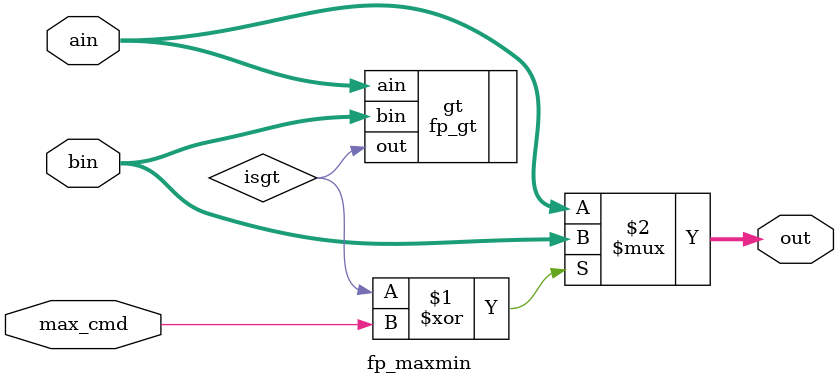
<source format=v>
module fp_maxmin (input max_cmd, input [31:0] ain,input [31:0] bin, output [31:0] out);
wire isgt;
fp_gt gt (.ain(ain),.bin(bin),.out(isgt));
assign out = (isgt ^ max_cmd) ? bin : ain; 
endmodule

</source>
